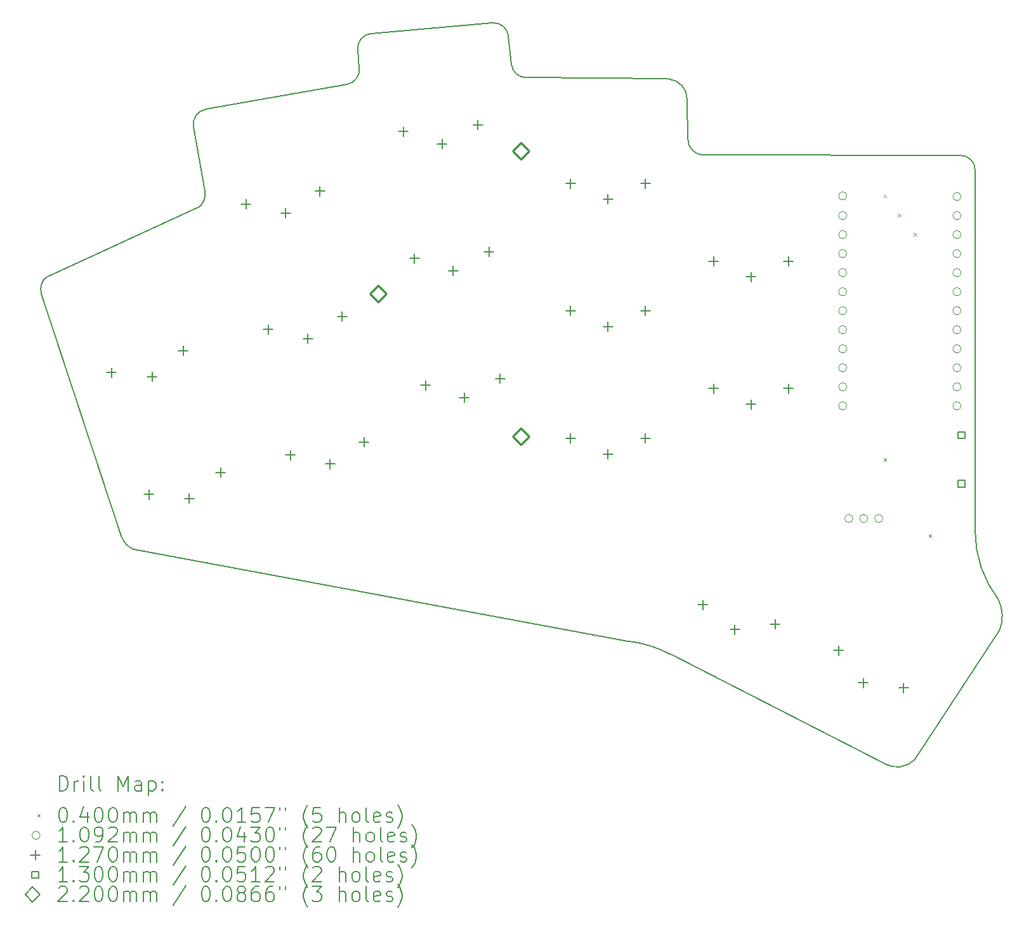
<source format=gbr>
%FSLAX45Y45*%
G04 Gerber Fmt 4.5, Leading zero omitted, Abs format (unit mm)*
G04 Created by KiCad (PCBNEW (6.0.4)) date 2022-05-02 01:12:52*
%MOMM*%
%LPD*%
G01*
G04 APERTURE LIST*
%TA.AperFunction,Profile*%
%ADD10C,0.150000*%
%TD*%
%ADD11C,0.200000*%
%ADD12C,0.040000*%
%ADD13C,0.109220*%
%ADD14C,0.127000*%
%ADD15C,0.130000*%
%ADD16C,0.220000*%
G04 APERTURE END LIST*
D10*
X10251727Y11883106D02*
G75*
G03*
X10450959Y11700537I199233J17424D01*
G01*
X12608825Y10870340D02*
X12598400Y11404600D01*
X8058800Y11611548D02*
G75*
G03*
X8223309Y11825945I-34731J196962D01*
G01*
X16763999Y4318001D02*
G75*
G03*
X16752859Y4733046I-472509J194990D01*
G01*
X16441111Y5648503D02*
G75*
G03*
X16752859Y4733046I1499999J-3D01*
G01*
X6012082Y11047576D02*
X6163049Y10187462D01*
X11806780Y4180264D02*
X5213573Y5402893D01*
X8383412Y12290698D02*
X9997248Y12431891D01*
X5045087Y5585913D02*
G75*
G03*
X5213573Y5402893I284373J92727D01*
G01*
X16241109Y10662943D02*
X12811720Y10667647D01*
X10450959Y11700537D02*
X12344400Y11684000D01*
X3981545Y8816164D02*
X5045086Y5585913D01*
X10213921Y12250083D02*
G75*
G03*
X9997248Y12431891I-199241J-17433D01*
G01*
X12608823Y10870340D02*
G75*
G03*
X12811720Y10667647I208337J5651D01*
G01*
X6174314Y11279267D02*
G75*
G03*
X6012083Y11047576I34730J-196961D01*
G01*
X15635421Y2598579D02*
X16764000Y4318000D01*
X12374669Y4003459D02*
G75*
G03*
X11806780Y4180264I-740959J-1379509D01*
G01*
X15240000Y2540000D02*
X12374669Y4003459D01*
X12598400Y11404600D02*
G75*
G03*
X12344400Y11684000I-271540J8300D01*
G01*
X15239997Y2539995D02*
G75*
G03*
X15635421Y2598579I158233J295765D01*
G01*
X4045827Y9037960D02*
G75*
G03*
X3981545Y8816164I127373J-157130D01*
G01*
X10213918Y12250083D02*
X10251720Y11883106D01*
X6174314Y11279267D02*
X8058800Y11611553D01*
X6089110Y9978178D02*
G75*
G03*
X6163049Y10187462I-151740J171312D01*
G01*
X8383413Y12290696D02*
G75*
G03*
X8201605Y12074028I17427J-199236D01*
G01*
X4045827Y9037960D02*
X6089109Y9978180D01*
X8223309Y11825945D02*
X8201605Y12074028D01*
X16441105Y10464800D02*
G75*
G03*
X16241109Y10662943I-193446J4750D01*
G01*
X16441109Y5648503D02*
X16441109Y10464800D01*
D11*
D12*
X15220000Y10141314D02*
X15260000Y10101314D01*
X15260000Y10141314D02*
X15220000Y10101314D01*
X15220000Y6624000D02*
X15260000Y6584000D01*
X15260000Y6624000D02*
X15220000Y6584000D01*
X15410459Y9885043D02*
X15450459Y9845043D01*
X15450459Y9885043D02*
X15410459Y9845043D01*
X15618978Y9630635D02*
X15658978Y9590635D01*
X15658978Y9630635D02*
X15618978Y9590635D01*
X15820326Y5604949D02*
X15860326Y5564950D01*
X15860326Y5604949D02*
X15820326Y5564950D01*
D13*
X14728331Y10122629D02*
G75*
G03*
X14728331Y10122629I-54610J0D01*
G01*
X14728331Y9860254D02*
G75*
G03*
X14728331Y9860254I-54610J0D01*
G01*
X14728331Y9606254D02*
G75*
G03*
X14728331Y9606254I-54610J0D01*
G01*
X14728331Y9352254D02*
G75*
G03*
X14728331Y9352254I-54610J0D01*
G01*
X14728331Y9098254D02*
G75*
G03*
X14728331Y9098254I-54610J0D01*
G01*
X14728331Y8844254D02*
G75*
G03*
X14728331Y8844254I-54610J0D01*
G01*
X14728331Y8590254D02*
G75*
G03*
X14728331Y8590254I-54610J0D01*
G01*
X14728331Y8336254D02*
G75*
G03*
X14728331Y8336254I-54610J0D01*
G01*
X14728331Y8082254D02*
G75*
G03*
X14728331Y8082254I-54610J0D01*
G01*
X14728331Y7828254D02*
G75*
G03*
X14728331Y7828254I-54610J0D01*
G01*
X14728331Y7574254D02*
G75*
G03*
X14728331Y7574254I-54610J0D01*
G01*
X14728331Y7320254D02*
G75*
G03*
X14728331Y7320254I-54610J0D01*
G01*
X14809150Y5816368D02*
G75*
G03*
X14809150Y5816368I-54610J0D01*
G01*
X15009150Y5816368D02*
G75*
G03*
X15009150Y5816368I-54610J0D01*
G01*
X15209150Y5816368D02*
G75*
G03*
X15209150Y5816368I-54610J0D01*
G01*
X16252331Y10114254D02*
G75*
G03*
X16252331Y10114254I-54610J0D01*
G01*
X16252331Y9860254D02*
G75*
G03*
X16252331Y9860254I-54610J0D01*
G01*
X16252331Y9606254D02*
G75*
G03*
X16252331Y9606254I-54610J0D01*
G01*
X16252331Y9352254D02*
G75*
G03*
X16252331Y9352254I-54610J0D01*
G01*
X16252331Y9098254D02*
G75*
G03*
X16252331Y9098254I-54610J0D01*
G01*
X16252331Y8844254D02*
G75*
G03*
X16252331Y8844254I-54610J0D01*
G01*
X16252331Y8590254D02*
G75*
G03*
X16252331Y8590254I-54610J0D01*
G01*
X16252331Y8336254D02*
G75*
G03*
X16252331Y8336254I-54610J0D01*
G01*
X16252331Y8082254D02*
G75*
G03*
X16252331Y8082254I-54610J0D01*
G01*
X16252331Y7828254D02*
G75*
G03*
X16252331Y7828254I-54610J0D01*
G01*
X16252331Y7574254D02*
G75*
G03*
X16252331Y7574254I-54610J0D01*
G01*
X16252331Y7320254D02*
G75*
G03*
X16252331Y7320254I-54610J0D01*
G01*
D14*
X4917175Y7826915D02*
X4917175Y7699915D01*
X4853675Y7763415D02*
X4980675Y7763415D01*
X5414207Y6201196D02*
X5414207Y6074196D01*
X5350707Y6137696D02*
X5477707Y6137696D01*
X5456725Y7772276D02*
X5456725Y7645276D01*
X5393225Y7708776D02*
X5520225Y7708776D01*
X5456725Y7772276D02*
X5456725Y7645276D01*
X5393225Y7708776D02*
X5520225Y7708776D01*
X5873479Y8119286D02*
X5873479Y7992286D01*
X5809979Y8055786D02*
X5936979Y8055786D01*
X5953757Y6146558D02*
X5953757Y6019558D01*
X5890257Y6083058D02*
X6017257Y6083058D01*
X5953757Y6146558D02*
X5953757Y6019558D01*
X5890257Y6083058D02*
X6017257Y6083058D01*
X6370511Y6493568D02*
X6370511Y6366568D01*
X6307011Y6430068D02*
X6434011Y6430068D01*
X6712293Y10076956D02*
X6712293Y9949956D01*
X6648793Y10013456D02*
X6775793Y10013456D01*
X7007495Y8402783D02*
X7007495Y8275782D01*
X6943995Y8339282D02*
X7070995Y8339282D01*
X7241163Y9956970D02*
X7241163Y9829970D01*
X7177663Y9893470D02*
X7304663Y9893470D01*
X7241163Y9956970D02*
X7241163Y9829970D01*
X7177663Y9893470D02*
X7304663Y9893470D01*
X7302697Y6728609D02*
X7302697Y6601609D01*
X7239197Y6665109D02*
X7366197Y6665109D01*
X7536365Y8282797D02*
X7536365Y8155797D01*
X7472865Y8219297D02*
X7599865Y8219297D01*
X7536365Y8282797D02*
X7536365Y8155797D01*
X7472865Y8219297D02*
X7599865Y8219297D01*
X7697101Y10250604D02*
X7697101Y10123604D01*
X7633601Y10187104D02*
X7760601Y10187104D01*
X7831567Y6608624D02*
X7831567Y6481624D01*
X7768067Y6545124D02*
X7895067Y6545124D01*
X7831567Y6608624D02*
X7831567Y6481624D01*
X7768067Y6545124D02*
X7895067Y6545124D01*
X7992303Y8576431D02*
X7992303Y8449431D01*
X7928803Y8512931D02*
X8055803Y8512931D01*
X8287505Y6902257D02*
X8287505Y6775257D01*
X8224005Y6838757D02*
X8351005Y6838757D01*
X8809021Y11046316D02*
X8809021Y10919316D01*
X8745521Y10982816D02*
X8872521Y10982816D01*
X8957186Y9352785D02*
X8957186Y9225785D01*
X8893686Y9289285D02*
X9020686Y9289285D01*
X9105351Y7659254D02*
X9105351Y7532254D01*
X9041851Y7595754D02*
X9168851Y7595754D01*
X9325422Y10880693D02*
X9325422Y10753693D01*
X9261922Y10817193D02*
X9388922Y10817193D01*
X9325422Y10880693D02*
X9325422Y10753693D01*
X9261922Y10817193D02*
X9388922Y10817193D01*
X9473586Y9187162D02*
X9473586Y9060162D01*
X9410086Y9123662D02*
X9537086Y9123662D01*
X9473586Y9187162D02*
X9473586Y9060162D01*
X9410086Y9123662D02*
X9537086Y9123662D01*
X9621751Y7493631D02*
X9621751Y7366631D01*
X9558251Y7430131D02*
X9685251Y7430131D01*
X9621751Y7493631D02*
X9621751Y7366631D01*
X9558251Y7430131D02*
X9685251Y7430131D01*
X9805216Y11133472D02*
X9805216Y11006472D01*
X9741716Y11069972D02*
X9868716Y11069972D01*
X9953381Y9439941D02*
X9953381Y9312941D01*
X9889881Y9376441D02*
X10016881Y9376441D01*
X10101546Y7746410D02*
X10101546Y7619410D01*
X10038046Y7682910D02*
X10165046Y7682910D01*
X11041109Y10352102D02*
X11041109Y10225102D01*
X10977609Y10288602D02*
X11104609Y10288602D01*
X11041109Y8652102D02*
X11041109Y8525102D01*
X10977609Y8588602D02*
X11104609Y8588602D01*
X11041109Y6952102D02*
X11041109Y6825102D01*
X10977609Y6888602D02*
X11104609Y6888602D01*
X11541109Y10142102D02*
X11541109Y10015102D01*
X11477609Y10078602D02*
X11604609Y10078602D01*
X11541109Y10142102D02*
X11541109Y10015102D01*
X11477609Y10078602D02*
X11604609Y10078602D01*
X11541109Y8442102D02*
X11541109Y8315102D01*
X11477609Y8378602D02*
X11604609Y8378602D01*
X11541109Y8442102D02*
X11541109Y8315102D01*
X11477609Y8378602D02*
X11604609Y8378602D01*
X11541109Y6742102D02*
X11541109Y6615102D01*
X11477609Y6678602D02*
X11604609Y6678602D01*
X11541109Y6742102D02*
X11541109Y6615102D01*
X11477609Y6678602D02*
X11604609Y6678602D01*
X12041109Y10352102D02*
X12041109Y10225102D01*
X11977609Y10288602D02*
X12104609Y10288602D01*
X12041109Y8652102D02*
X12041109Y8525102D01*
X11977609Y8588602D02*
X12104609Y8588602D01*
X12041109Y6952102D02*
X12041109Y6825102D01*
X11977609Y6888602D02*
X12104609Y6888602D01*
X12807790Y4729732D02*
X12807790Y4602732D01*
X12744290Y4666232D02*
X12871290Y4666232D01*
X12951733Y9314599D02*
X12951733Y9187599D01*
X12888233Y9251099D02*
X13015233Y9251099D01*
X12951733Y7614598D02*
X12951733Y7487598D01*
X12888233Y7551098D02*
X13015233Y7551098D01*
X13236401Y4397478D02*
X13236401Y4270478D01*
X13172901Y4333978D02*
X13299901Y4333978D01*
X13236401Y4397478D02*
X13236401Y4270478D01*
X13172901Y4333978D02*
X13299901Y4333978D01*
X13451733Y9104599D02*
X13451733Y8977599D01*
X13388233Y9041099D02*
X13515233Y9041099D01*
X13451733Y9104599D02*
X13451733Y8977599D01*
X13388233Y9041099D02*
X13515233Y9041099D01*
X13451733Y7404598D02*
X13451733Y7277598D01*
X13388233Y7341098D02*
X13515233Y7341098D01*
X13451733Y7404598D02*
X13451733Y7277598D01*
X13388233Y7341098D02*
X13515233Y7341098D01*
X13773716Y4470913D02*
X13773716Y4343913D01*
X13710216Y4407413D02*
X13837216Y4407413D01*
X13951733Y9314599D02*
X13951733Y9187599D01*
X13888233Y9251099D02*
X14015233Y9251099D01*
X13951733Y7614598D02*
X13951733Y7487598D01*
X13888233Y7551098D02*
X14015233Y7551098D01*
X14619852Y4120432D02*
X14619852Y3993432D01*
X14556352Y4056932D02*
X14683352Y4056932D01*
X14947864Y3688566D02*
X14947864Y3561566D01*
X14884364Y3625066D02*
X15011364Y3625066D01*
X14947864Y3688566D02*
X14947864Y3561566D01*
X14884364Y3625066D02*
X15011364Y3625066D01*
X15485877Y3620432D02*
X15485877Y3493432D01*
X15422377Y3556932D02*
X15549377Y3556932D01*
D15*
X16301962Y6883038D02*
X16301962Y6974962D01*
X16210038Y6974962D01*
X16210038Y6883038D01*
X16301962Y6883038D01*
X16301962Y6233038D02*
X16301962Y6324962D01*
X16210038Y6324962D01*
X16210038Y6233038D01*
X16301962Y6233038D01*
D16*
X8474722Y8704143D02*
X8584722Y8814143D01*
X8474722Y8924143D01*
X8364722Y8814143D01*
X8474722Y8704143D01*
X10379722Y10609143D02*
X10489722Y10719143D01*
X10379722Y10829143D01*
X10269722Y10719143D01*
X10379722Y10609143D01*
X10379722Y6799143D02*
X10489722Y6909143D01*
X10379722Y7019143D01*
X10269722Y6909143D01*
X10379722Y6799143D01*
D11*
X4221048Y2182352D02*
X4221048Y2382352D01*
X4268667Y2382352D01*
X4297239Y2372828D01*
X4316286Y2353780D01*
X4325810Y2334733D01*
X4335334Y2296637D01*
X4335334Y2268066D01*
X4325810Y2229971D01*
X4316286Y2210923D01*
X4297239Y2191875D01*
X4268667Y2182352D01*
X4221048Y2182352D01*
X4421048Y2182352D02*
X4421048Y2315685D01*
X4421048Y2277590D02*
X4430572Y2296637D01*
X4440096Y2306161D01*
X4459144Y2315685D01*
X4478191Y2315685D01*
X4544858Y2182352D02*
X4544858Y2315685D01*
X4544858Y2382352D02*
X4535334Y2372828D01*
X4544858Y2363304D01*
X4554382Y2372828D01*
X4544858Y2382352D01*
X4544858Y2363304D01*
X4668667Y2182352D02*
X4649620Y2191875D01*
X4640096Y2210923D01*
X4640096Y2382352D01*
X4773429Y2182352D02*
X4754382Y2191875D01*
X4744858Y2210923D01*
X4744858Y2382352D01*
X5002001Y2182352D02*
X5002001Y2382352D01*
X5068667Y2239494D01*
X5135334Y2382352D01*
X5135334Y2182352D01*
X5316286Y2182352D02*
X5316286Y2287114D01*
X5306763Y2306161D01*
X5287715Y2315685D01*
X5249620Y2315685D01*
X5230572Y2306161D01*
X5316286Y2191875D02*
X5297239Y2182352D01*
X5249620Y2182352D01*
X5230572Y2191875D01*
X5221048Y2210923D01*
X5221048Y2229971D01*
X5230572Y2249018D01*
X5249620Y2258542D01*
X5297239Y2258542D01*
X5316286Y2268066D01*
X5411525Y2315685D02*
X5411525Y2115685D01*
X5411525Y2306161D02*
X5430572Y2315685D01*
X5468667Y2315685D01*
X5487715Y2306161D01*
X5497239Y2296637D01*
X5506763Y2277590D01*
X5506763Y2220447D01*
X5497239Y2201399D01*
X5487715Y2191875D01*
X5468667Y2182352D01*
X5430572Y2182352D01*
X5411525Y2191875D01*
X5592477Y2201399D02*
X5602001Y2191875D01*
X5592477Y2182352D01*
X5582953Y2191875D01*
X5592477Y2201399D01*
X5592477Y2182352D01*
X5592477Y2306161D02*
X5602001Y2296637D01*
X5592477Y2287114D01*
X5582953Y2296637D01*
X5592477Y2306161D01*
X5592477Y2287114D01*
D12*
X3923429Y1872828D02*
X3963429Y1832828D01*
X3963429Y1872828D02*
X3923429Y1832828D01*
D11*
X4259144Y1962352D02*
X4278191Y1962352D01*
X4297239Y1952828D01*
X4306763Y1943304D01*
X4316286Y1924256D01*
X4325810Y1886161D01*
X4325810Y1838542D01*
X4316286Y1800447D01*
X4306763Y1781399D01*
X4297239Y1771875D01*
X4278191Y1762352D01*
X4259144Y1762352D01*
X4240096Y1771875D01*
X4230572Y1781399D01*
X4221048Y1800447D01*
X4211525Y1838542D01*
X4211525Y1886161D01*
X4221048Y1924256D01*
X4230572Y1943304D01*
X4240096Y1952828D01*
X4259144Y1962352D01*
X4411525Y1781399D02*
X4421048Y1771875D01*
X4411525Y1762352D01*
X4402001Y1771875D01*
X4411525Y1781399D01*
X4411525Y1762352D01*
X4592477Y1895685D02*
X4592477Y1762352D01*
X4544858Y1971875D02*
X4497239Y1829018D01*
X4621048Y1829018D01*
X4735334Y1962352D02*
X4754382Y1962352D01*
X4773429Y1952828D01*
X4782953Y1943304D01*
X4792477Y1924256D01*
X4802001Y1886161D01*
X4802001Y1838542D01*
X4792477Y1800447D01*
X4782953Y1781399D01*
X4773429Y1771875D01*
X4754382Y1762352D01*
X4735334Y1762352D01*
X4716286Y1771875D01*
X4706763Y1781399D01*
X4697239Y1800447D01*
X4687715Y1838542D01*
X4687715Y1886161D01*
X4697239Y1924256D01*
X4706763Y1943304D01*
X4716286Y1952828D01*
X4735334Y1962352D01*
X4925810Y1962352D02*
X4944858Y1962352D01*
X4963905Y1952828D01*
X4973429Y1943304D01*
X4982953Y1924256D01*
X4992477Y1886161D01*
X4992477Y1838542D01*
X4982953Y1800447D01*
X4973429Y1781399D01*
X4963905Y1771875D01*
X4944858Y1762352D01*
X4925810Y1762352D01*
X4906763Y1771875D01*
X4897239Y1781399D01*
X4887715Y1800447D01*
X4878191Y1838542D01*
X4878191Y1886161D01*
X4887715Y1924256D01*
X4897239Y1943304D01*
X4906763Y1952828D01*
X4925810Y1962352D01*
X5078191Y1762352D02*
X5078191Y1895685D01*
X5078191Y1876637D02*
X5087715Y1886161D01*
X5106763Y1895685D01*
X5135334Y1895685D01*
X5154382Y1886161D01*
X5163905Y1867113D01*
X5163905Y1762352D01*
X5163905Y1867113D02*
X5173429Y1886161D01*
X5192477Y1895685D01*
X5221048Y1895685D01*
X5240096Y1886161D01*
X5249620Y1867113D01*
X5249620Y1762352D01*
X5344858Y1762352D02*
X5344858Y1895685D01*
X5344858Y1876637D02*
X5354382Y1886161D01*
X5373429Y1895685D01*
X5402001Y1895685D01*
X5421048Y1886161D01*
X5430572Y1867113D01*
X5430572Y1762352D01*
X5430572Y1867113D02*
X5440096Y1886161D01*
X5459144Y1895685D01*
X5487715Y1895685D01*
X5506763Y1886161D01*
X5516286Y1867113D01*
X5516286Y1762352D01*
X5906763Y1971875D02*
X5735334Y1714732D01*
X6163905Y1962352D02*
X6182953Y1962352D01*
X6202001Y1952828D01*
X6211524Y1943304D01*
X6221048Y1924256D01*
X6230572Y1886161D01*
X6230572Y1838542D01*
X6221048Y1800447D01*
X6211524Y1781399D01*
X6202001Y1771875D01*
X6182953Y1762352D01*
X6163905Y1762352D01*
X6144858Y1771875D01*
X6135334Y1781399D01*
X6125810Y1800447D01*
X6116286Y1838542D01*
X6116286Y1886161D01*
X6125810Y1924256D01*
X6135334Y1943304D01*
X6144858Y1952828D01*
X6163905Y1962352D01*
X6316286Y1781399D02*
X6325810Y1771875D01*
X6316286Y1762352D01*
X6306763Y1771875D01*
X6316286Y1781399D01*
X6316286Y1762352D01*
X6449620Y1962352D02*
X6468667Y1962352D01*
X6487715Y1952828D01*
X6497239Y1943304D01*
X6506763Y1924256D01*
X6516286Y1886161D01*
X6516286Y1838542D01*
X6506763Y1800447D01*
X6497239Y1781399D01*
X6487715Y1771875D01*
X6468667Y1762352D01*
X6449620Y1762352D01*
X6430572Y1771875D01*
X6421048Y1781399D01*
X6411524Y1800447D01*
X6402001Y1838542D01*
X6402001Y1886161D01*
X6411524Y1924256D01*
X6421048Y1943304D01*
X6430572Y1952828D01*
X6449620Y1962352D01*
X6706763Y1762352D02*
X6592477Y1762352D01*
X6649620Y1762352D02*
X6649620Y1962352D01*
X6630572Y1933780D01*
X6611524Y1914732D01*
X6592477Y1905209D01*
X6887715Y1962352D02*
X6792477Y1962352D01*
X6782953Y1867113D01*
X6792477Y1876637D01*
X6811524Y1886161D01*
X6859143Y1886161D01*
X6878191Y1876637D01*
X6887715Y1867113D01*
X6897239Y1848066D01*
X6897239Y1800447D01*
X6887715Y1781399D01*
X6878191Y1771875D01*
X6859143Y1762352D01*
X6811524Y1762352D01*
X6792477Y1771875D01*
X6782953Y1781399D01*
X6963905Y1962352D02*
X7097239Y1962352D01*
X7011524Y1762352D01*
X7163905Y1962352D02*
X7163905Y1924256D01*
X7240096Y1962352D02*
X7240096Y1924256D01*
X7535334Y1686161D02*
X7525810Y1695685D01*
X7506763Y1724256D01*
X7497239Y1743304D01*
X7487715Y1771875D01*
X7478191Y1819494D01*
X7478191Y1857590D01*
X7487715Y1905209D01*
X7497239Y1933780D01*
X7506763Y1952828D01*
X7525810Y1981399D01*
X7535334Y1990923D01*
X7706763Y1962352D02*
X7611524Y1962352D01*
X7602001Y1867113D01*
X7611524Y1876637D01*
X7630572Y1886161D01*
X7678191Y1886161D01*
X7697239Y1876637D01*
X7706763Y1867113D01*
X7716286Y1848066D01*
X7716286Y1800447D01*
X7706763Y1781399D01*
X7697239Y1771875D01*
X7678191Y1762352D01*
X7630572Y1762352D01*
X7611524Y1771875D01*
X7602001Y1781399D01*
X7954382Y1762352D02*
X7954382Y1962352D01*
X8040096Y1762352D02*
X8040096Y1867113D01*
X8030572Y1886161D01*
X8011524Y1895685D01*
X7982953Y1895685D01*
X7963905Y1886161D01*
X7954382Y1876637D01*
X8163905Y1762352D02*
X8144858Y1771875D01*
X8135334Y1781399D01*
X8125810Y1800447D01*
X8125810Y1857590D01*
X8135334Y1876637D01*
X8144858Y1886161D01*
X8163905Y1895685D01*
X8192477Y1895685D01*
X8211524Y1886161D01*
X8221048Y1876637D01*
X8230572Y1857590D01*
X8230572Y1800447D01*
X8221048Y1781399D01*
X8211524Y1771875D01*
X8192477Y1762352D01*
X8163905Y1762352D01*
X8344858Y1762352D02*
X8325810Y1771875D01*
X8316286Y1790923D01*
X8316286Y1962352D01*
X8497239Y1771875D02*
X8478191Y1762352D01*
X8440096Y1762352D01*
X8421048Y1771875D01*
X8411525Y1790923D01*
X8411525Y1867113D01*
X8421048Y1886161D01*
X8440096Y1895685D01*
X8478191Y1895685D01*
X8497239Y1886161D01*
X8506763Y1867113D01*
X8506763Y1848066D01*
X8411525Y1829018D01*
X8582953Y1771875D02*
X8602001Y1762352D01*
X8640096Y1762352D01*
X8659144Y1771875D01*
X8668667Y1790923D01*
X8668667Y1800447D01*
X8659144Y1819494D01*
X8640096Y1829018D01*
X8611525Y1829018D01*
X8592477Y1838542D01*
X8582953Y1857590D01*
X8582953Y1867113D01*
X8592477Y1886161D01*
X8611525Y1895685D01*
X8640096Y1895685D01*
X8659144Y1886161D01*
X8735334Y1686161D02*
X8744858Y1695685D01*
X8763905Y1724256D01*
X8773429Y1743304D01*
X8782953Y1771875D01*
X8792477Y1819494D01*
X8792477Y1857590D01*
X8782953Y1905209D01*
X8773429Y1933780D01*
X8763905Y1952828D01*
X8744858Y1981399D01*
X8735334Y1990923D01*
D13*
X3963429Y1588828D02*
G75*
G03*
X3963429Y1588828I-54610J0D01*
G01*
D11*
X4325810Y1498352D02*
X4211525Y1498352D01*
X4268667Y1498352D02*
X4268667Y1698352D01*
X4249620Y1669780D01*
X4230572Y1650732D01*
X4211525Y1641209D01*
X4411525Y1517399D02*
X4421048Y1507875D01*
X4411525Y1498352D01*
X4402001Y1507875D01*
X4411525Y1517399D01*
X4411525Y1498352D01*
X4544858Y1698352D02*
X4563905Y1698352D01*
X4582953Y1688828D01*
X4592477Y1679304D01*
X4602001Y1660256D01*
X4611525Y1622161D01*
X4611525Y1574542D01*
X4602001Y1536447D01*
X4592477Y1517399D01*
X4582953Y1507875D01*
X4563905Y1498352D01*
X4544858Y1498352D01*
X4525810Y1507875D01*
X4516286Y1517399D01*
X4506763Y1536447D01*
X4497239Y1574542D01*
X4497239Y1622161D01*
X4506763Y1660256D01*
X4516286Y1679304D01*
X4525810Y1688828D01*
X4544858Y1698352D01*
X4706763Y1498352D02*
X4744858Y1498352D01*
X4763905Y1507875D01*
X4773429Y1517399D01*
X4792477Y1545971D01*
X4802001Y1584066D01*
X4802001Y1660256D01*
X4792477Y1679304D01*
X4782953Y1688828D01*
X4763905Y1698352D01*
X4725810Y1698352D01*
X4706763Y1688828D01*
X4697239Y1679304D01*
X4687715Y1660256D01*
X4687715Y1612637D01*
X4697239Y1593590D01*
X4706763Y1584066D01*
X4725810Y1574542D01*
X4763905Y1574542D01*
X4782953Y1584066D01*
X4792477Y1593590D01*
X4802001Y1612637D01*
X4878191Y1679304D02*
X4887715Y1688828D01*
X4906763Y1698352D01*
X4954382Y1698352D01*
X4973429Y1688828D01*
X4982953Y1679304D01*
X4992477Y1660256D01*
X4992477Y1641209D01*
X4982953Y1612637D01*
X4868667Y1498352D01*
X4992477Y1498352D01*
X5078191Y1498352D02*
X5078191Y1631685D01*
X5078191Y1612637D02*
X5087715Y1622161D01*
X5106763Y1631685D01*
X5135334Y1631685D01*
X5154382Y1622161D01*
X5163905Y1603113D01*
X5163905Y1498352D01*
X5163905Y1603113D02*
X5173429Y1622161D01*
X5192477Y1631685D01*
X5221048Y1631685D01*
X5240096Y1622161D01*
X5249620Y1603113D01*
X5249620Y1498352D01*
X5344858Y1498352D02*
X5344858Y1631685D01*
X5344858Y1612637D02*
X5354382Y1622161D01*
X5373429Y1631685D01*
X5402001Y1631685D01*
X5421048Y1622161D01*
X5430572Y1603113D01*
X5430572Y1498352D01*
X5430572Y1603113D02*
X5440096Y1622161D01*
X5459144Y1631685D01*
X5487715Y1631685D01*
X5506763Y1622161D01*
X5516286Y1603113D01*
X5516286Y1498352D01*
X5906763Y1707875D02*
X5735334Y1450732D01*
X6163905Y1698352D02*
X6182953Y1698352D01*
X6202001Y1688828D01*
X6211524Y1679304D01*
X6221048Y1660256D01*
X6230572Y1622161D01*
X6230572Y1574542D01*
X6221048Y1536447D01*
X6211524Y1517399D01*
X6202001Y1507875D01*
X6182953Y1498352D01*
X6163905Y1498352D01*
X6144858Y1507875D01*
X6135334Y1517399D01*
X6125810Y1536447D01*
X6116286Y1574542D01*
X6116286Y1622161D01*
X6125810Y1660256D01*
X6135334Y1679304D01*
X6144858Y1688828D01*
X6163905Y1698352D01*
X6316286Y1517399D02*
X6325810Y1507875D01*
X6316286Y1498352D01*
X6306763Y1507875D01*
X6316286Y1517399D01*
X6316286Y1498352D01*
X6449620Y1698352D02*
X6468667Y1698352D01*
X6487715Y1688828D01*
X6497239Y1679304D01*
X6506763Y1660256D01*
X6516286Y1622161D01*
X6516286Y1574542D01*
X6506763Y1536447D01*
X6497239Y1517399D01*
X6487715Y1507875D01*
X6468667Y1498352D01*
X6449620Y1498352D01*
X6430572Y1507875D01*
X6421048Y1517399D01*
X6411524Y1536447D01*
X6402001Y1574542D01*
X6402001Y1622161D01*
X6411524Y1660256D01*
X6421048Y1679304D01*
X6430572Y1688828D01*
X6449620Y1698352D01*
X6687715Y1631685D02*
X6687715Y1498352D01*
X6640096Y1707875D02*
X6592477Y1565018D01*
X6716286Y1565018D01*
X6773429Y1698352D02*
X6897239Y1698352D01*
X6830572Y1622161D01*
X6859143Y1622161D01*
X6878191Y1612637D01*
X6887715Y1603113D01*
X6897239Y1584066D01*
X6897239Y1536447D01*
X6887715Y1517399D01*
X6878191Y1507875D01*
X6859143Y1498352D01*
X6802001Y1498352D01*
X6782953Y1507875D01*
X6773429Y1517399D01*
X7021048Y1698352D02*
X7040096Y1698352D01*
X7059143Y1688828D01*
X7068667Y1679304D01*
X7078191Y1660256D01*
X7087715Y1622161D01*
X7087715Y1574542D01*
X7078191Y1536447D01*
X7068667Y1517399D01*
X7059143Y1507875D01*
X7040096Y1498352D01*
X7021048Y1498352D01*
X7002001Y1507875D01*
X6992477Y1517399D01*
X6982953Y1536447D01*
X6973429Y1574542D01*
X6973429Y1622161D01*
X6982953Y1660256D01*
X6992477Y1679304D01*
X7002001Y1688828D01*
X7021048Y1698352D01*
X7163905Y1698352D02*
X7163905Y1660256D01*
X7240096Y1698352D02*
X7240096Y1660256D01*
X7535334Y1422161D02*
X7525810Y1431685D01*
X7506763Y1460256D01*
X7497239Y1479304D01*
X7487715Y1507875D01*
X7478191Y1555494D01*
X7478191Y1593590D01*
X7487715Y1641209D01*
X7497239Y1669780D01*
X7506763Y1688828D01*
X7525810Y1717399D01*
X7535334Y1726923D01*
X7602001Y1679304D02*
X7611524Y1688828D01*
X7630572Y1698352D01*
X7678191Y1698352D01*
X7697239Y1688828D01*
X7706763Y1679304D01*
X7716286Y1660256D01*
X7716286Y1641209D01*
X7706763Y1612637D01*
X7592477Y1498352D01*
X7716286Y1498352D01*
X7782953Y1698352D02*
X7916286Y1698352D01*
X7830572Y1498352D01*
X8144858Y1498352D02*
X8144858Y1698352D01*
X8230572Y1498352D02*
X8230572Y1603113D01*
X8221048Y1622161D01*
X8202001Y1631685D01*
X8173429Y1631685D01*
X8154382Y1622161D01*
X8144858Y1612637D01*
X8354382Y1498352D02*
X8335334Y1507875D01*
X8325810Y1517399D01*
X8316286Y1536447D01*
X8316286Y1593590D01*
X8325810Y1612637D01*
X8335334Y1622161D01*
X8354382Y1631685D01*
X8382953Y1631685D01*
X8402001Y1622161D01*
X8411525Y1612637D01*
X8421048Y1593590D01*
X8421048Y1536447D01*
X8411525Y1517399D01*
X8402001Y1507875D01*
X8382953Y1498352D01*
X8354382Y1498352D01*
X8535334Y1498352D02*
X8516286Y1507875D01*
X8506763Y1526923D01*
X8506763Y1698352D01*
X8687715Y1507875D02*
X8668667Y1498352D01*
X8630572Y1498352D01*
X8611525Y1507875D01*
X8602001Y1526923D01*
X8602001Y1603113D01*
X8611525Y1622161D01*
X8630572Y1631685D01*
X8668667Y1631685D01*
X8687715Y1622161D01*
X8697239Y1603113D01*
X8697239Y1584066D01*
X8602001Y1565018D01*
X8773429Y1507875D02*
X8792477Y1498352D01*
X8830572Y1498352D01*
X8849620Y1507875D01*
X8859144Y1526923D01*
X8859144Y1536447D01*
X8849620Y1555494D01*
X8830572Y1565018D01*
X8802001Y1565018D01*
X8782953Y1574542D01*
X8773429Y1593590D01*
X8773429Y1603113D01*
X8782953Y1622161D01*
X8802001Y1631685D01*
X8830572Y1631685D01*
X8849620Y1622161D01*
X8925810Y1422161D02*
X8935334Y1431685D01*
X8954382Y1460256D01*
X8963905Y1479304D01*
X8973429Y1507875D01*
X8982953Y1555494D01*
X8982953Y1593590D01*
X8973429Y1641209D01*
X8963905Y1669780D01*
X8954382Y1688828D01*
X8935334Y1717399D01*
X8925810Y1726923D01*
D14*
X3899929Y1388328D02*
X3899929Y1261328D01*
X3836429Y1324828D02*
X3963429Y1324828D01*
D11*
X4325810Y1234352D02*
X4211525Y1234352D01*
X4268667Y1234352D02*
X4268667Y1434352D01*
X4249620Y1405780D01*
X4230572Y1386733D01*
X4211525Y1377209D01*
X4411525Y1253399D02*
X4421048Y1243875D01*
X4411525Y1234352D01*
X4402001Y1243875D01*
X4411525Y1253399D01*
X4411525Y1234352D01*
X4497239Y1415304D02*
X4506763Y1424828D01*
X4525810Y1434352D01*
X4573429Y1434352D01*
X4592477Y1424828D01*
X4602001Y1415304D01*
X4611525Y1396256D01*
X4611525Y1377209D01*
X4602001Y1348637D01*
X4487715Y1234352D01*
X4611525Y1234352D01*
X4678191Y1434352D02*
X4811525Y1434352D01*
X4725810Y1234352D01*
X4925810Y1434352D02*
X4944858Y1434352D01*
X4963905Y1424828D01*
X4973429Y1415304D01*
X4982953Y1396256D01*
X4992477Y1358161D01*
X4992477Y1310542D01*
X4982953Y1272447D01*
X4973429Y1253399D01*
X4963905Y1243875D01*
X4944858Y1234352D01*
X4925810Y1234352D01*
X4906763Y1243875D01*
X4897239Y1253399D01*
X4887715Y1272447D01*
X4878191Y1310542D01*
X4878191Y1358161D01*
X4887715Y1396256D01*
X4897239Y1415304D01*
X4906763Y1424828D01*
X4925810Y1434352D01*
X5078191Y1234352D02*
X5078191Y1367685D01*
X5078191Y1348637D02*
X5087715Y1358161D01*
X5106763Y1367685D01*
X5135334Y1367685D01*
X5154382Y1358161D01*
X5163905Y1339114D01*
X5163905Y1234352D01*
X5163905Y1339114D02*
X5173429Y1358161D01*
X5192477Y1367685D01*
X5221048Y1367685D01*
X5240096Y1358161D01*
X5249620Y1339114D01*
X5249620Y1234352D01*
X5344858Y1234352D02*
X5344858Y1367685D01*
X5344858Y1348637D02*
X5354382Y1358161D01*
X5373429Y1367685D01*
X5402001Y1367685D01*
X5421048Y1358161D01*
X5430572Y1339114D01*
X5430572Y1234352D01*
X5430572Y1339114D02*
X5440096Y1358161D01*
X5459144Y1367685D01*
X5487715Y1367685D01*
X5506763Y1358161D01*
X5516286Y1339114D01*
X5516286Y1234352D01*
X5906763Y1443875D02*
X5735334Y1186733D01*
X6163905Y1434352D02*
X6182953Y1434352D01*
X6202001Y1424828D01*
X6211524Y1415304D01*
X6221048Y1396256D01*
X6230572Y1358161D01*
X6230572Y1310542D01*
X6221048Y1272447D01*
X6211524Y1253399D01*
X6202001Y1243875D01*
X6182953Y1234352D01*
X6163905Y1234352D01*
X6144858Y1243875D01*
X6135334Y1253399D01*
X6125810Y1272447D01*
X6116286Y1310542D01*
X6116286Y1358161D01*
X6125810Y1396256D01*
X6135334Y1415304D01*
X6144858Y1424828D01*
X6163905Y1434352D01*
X6316286Y1253399D02*
X6325810Y1243875D01*
X6316286Y1234352D01*
X6306763Y1243875D01*
X6316286Y1253399D01*
X6316286Y1234352D01*
X6449620Y1434352D02*
X6468667Y1434352D01*
X6487715Y1424828D01*
X6497239Y1415304D01*
X6506763Y1396256D01*
X6516286Y1358161D01*
X6516286Y1310542D01*
X6506763Y1272447D01*
X6497239Y1253399D01*
X6487715Y1243875D01*
X6468667Y1234352D01*
X6449620Y1234352D01*
X6430572Y1243875D01*
X6421048Y1253399D01*
X6411524Y1272447D01*
X6402001Y1310542D01*
X6402001Y1358161D01*
X6411524Y1396256D01*
X6421048Y1415304D01*
X6430572Y1424828D01*
X6449620Y1434352D01*
X6697239Y1434352D02*
X6602001Y1434352D01*
X6592477Y1339114D01*
X6602001Y1348637D01*
X6621048Y1358161D01*
X6668667Y1358161D01*
X6687715Y1348637D01*
X6697239Y1339114D01*
X6706763Y1320066D01*
X6706763Y1272447D01*
X6697239Y1253399D01*
X6687715Y1243875D01*
X6668667Y1234352D01*
X6621048Y1234352D01*
X6602001Y1243875D01*
X6592477Y1253399D01*
X6830572Y1434352D02*
X6849620Y1434352D01*
X6868667Y1424828D01*
X6878191Y1415304D01*
X6887715Y1396256D01*
X6897239Y1358161D01*
X6897239Y1310542D01*
X6887715Y1272447D01*
X6878191Y1253399D01*
X6868667Y1243875D01*
X6849620Y1234352D01*
X6830572Y1234352D01*
X6811524Y1243875D01*
X6802001Y1253399D01*
X6792477Y1272447D01*
X6782953Y1310542D01*
X6782953Y1358161D01*
X6792477Y1396256D01*
X6802001Y1415304D01*
X6811524Y1424828D01*
X6830572Y1434352D01*
X7021048Y1434352D02*
X7040096Y1434352D01*
X7059143Y1424828D01*
X7068667Y1415304D01*
X7078191Y1396256D01*
X7087715Y1358161D01*
X7087715Y1310542D01*
X7078191Y1272447D01*
X7068667Y1253399D01*
X7059143Y1243875D01*
X7040096Y1234352D01*
X7021048Y1234352D01*
X7002001Y1243875D01*
X6992477Y1253399D01*
X6982953Y1272447D01*
X6973429Y1310542D01*
X6973429Y1358161D01*
X6982953Y1396256D01*
X6992477Y1415304D01*
X7002001Y1424828D01*
X7021048Y1434352D01*
X7163905Y1434352D02*
X7163905Y1396256D01*
X7240096Y1434352D02*
X7240096Y1396256D01*
X7535334Y1158161D02*
X7525810Y1167685D01*
X7506763Y1196256D01*
X7497239Y1215304D01*
X7487715Y1243875D01*
X7478191Y1291494D01*
X7478191Y1329590D01*
X7487715Y1377209D01*
X7497239Y1405780D01*
X7506763Y1424828D01*
X7525810Y1453399D01*
X7535334Y1462923D01*
X7697239Y1434352D02*
X7659143Y1434352D01*
X7640096Y1424828D01*
X7630572Y1415304D01*
X7611524Y1386733D01*
X7602001Y1348637D01*
X7602001Y1272447D01*
X7611524Y1253399D01*
X7621048Y1243875D01*
X7640096Y1234352D01*
X7678191Y1234352D01*
X7697239Y1243875D01*
X7706763Y1253399D01*
X7716286Y1272447D01*
X7716286Y1320066D01*
X7706763Y1339114D01*
X7697239Y1348637D01*
X7678191Y1358161D01*
X7640096Y1358161D01*
X7621048Y1348637D01*
X7611524Y1339114D01*
X7602001Y1320066D01*
X7840096Y1434352D02*
X7859143Y1434352D01*
X7878191Y1424828D01*
X7887715Y1415304D01*
X7897239Y1396256D01*
X7906763Y1358161D01*
X7906763Y1310542D01*
X7897239Y1272447D01*
X7887715Y1253399D01*
X7878191Y1243875D01*
X7859143Y1234352D01*
X7840096Y1234352D01*
X7821048Y1243875D01*
X7811524Y1253399D01*
X7802001Y1272447D01*
X7792477Y1310542D01*
X7792477Y1358161D01*
X7802001Y1396256D01*
X7811524Y1415304D01*
X7821048Y1424828D01*
X7840096Y1434352D01*
X8144858Y1234352D02*
X8144858Y1434352D01*
X8230572Y1234352D02*
X8230572Y1339114D01*
X8221048Y1358161D01*
X8202001Y1367685D01*
X8173429Y1367685D01*
X8154382Y1358161D01*
X8144858Y1348637D01*
X8354382Y1234352D02*
X8335334Y1243875D01*
X8325810Y1253399D01*
X8316286Y1272447D01*
X8316286Y1329590D01*
X8325810Y1348637D01*
X8335334Y1358161D01*
X8354382Y1367685D01*
X8382953Y1367685D01*
X8402001Y1358161D01*
X8411525Y1348637D01*
X8421048Y1329590D01*
X8421048Y1272447D01*
X8411525Y1253399D01*
X8402001Y1243875D01*
X8382953Y1234352D01*
X8354382Y1234352D01*
X8535334Y1234352D02*
X8516286Y1243875D01*
X8506763Y1262923D01*
X8506763Y1434352D01*
X8687715Y1243875D02*
X8668667Y1234352D01*
X8630572Y1234352D01*
X8611525Y1243875D01*
X8602001Y1262923D01*
X8602001Y1339114D01*
X8611525Y1358161D01*
X8630572Y1367685D01*
X8668667Y1367685D01*
X8687715Y1358161D01*
X8697239Y1339114D01*
X8697239Y1320066D01*
X8602001Y1301018D01*
X8773429Y1243875D02*
X8792477Y1234352D01*
X8830572Y1234352D01*
X8849620Y1243875D01*
X8859144Y1262923D01*
X8859144Y1272447D01*
X8849620Y1291494D01*
X8830572Y1301018D01*
X8802001Y1301018D01*
X8782953Y1310542D01*
X8773429Y1329590D01*
X8773429Y1339114D01*
X8782953Y1358161D01*
X8802001Y1367685D01*
X8830572Y1367685D01*
X8849620Y1358161D01*
X8925810Y1158161D02*
X8935334Y1167685D01*
X8954382Y1196256D01*
X8963905Y1215304D01*
X8973429Y1243875D01*
X8982953Y1291494D01*
X8982953Y1329590D01*
X8973429Y1377209D01*
X8963905Y1405780D01*
X8954382Y1424828D01*
X8935334Y1453399D01*
X8925810Y1462923D01*
D15*
X3944392Y1014865D02*
X3944392Y1106790D01*
X3852467Y1106790D01*
X3852467Y1014865D01*
X3944392Y1014865D01*
D11*
X4325810Y970352D02*
X4211525Y970352D01*
X4268667Y970352D02*
X4268667Y1170352D01*
X4249620Y1141780D01*
X4230572Y1122733D01*
X4211525Y1113209D01*
X4411525Y989399D02*
X4421048Y979875D01*
X4411525Y970352D01*
X4402001Y979875D01*
X4411525Y989399D01*
X4411525Y970352D01*
X4487715Y1170352D02*
X4611525Y1170352D01*
X4544858Y1094161D01*
X4573429Y1094161D01*
X4592477Y1084637D01*
X4602001Y1075114D01*
X4611525Y1056066D01*
X4611525Y1008447D01*
X4602001Y989399D01*
X4592477Y979875D01*
X4573429Y970352D01*
X4516286Y970352D01*
X4497239Y979875D01*
X4487715Y989399D01*
X4735334Y1170352D02*
X4754382Y1170352D01*
X4773429Y1160828D01*
X4782953Y1151304D01*
X4792477Y1132256D01*
X4802001Y1094161D01*
X4802001Y1046542D01*
X4792477Y1008447D01*
X4782953Y989399D01*
X4773429Y979875D01*
X4754382Y970352D01*
X4735334Y970352D01*
X4716286Y979875D01*
X4706763Y989399D01*
X4697239Y1008447D01*
X4687715Y1046542D01*
X4687715Y1094161D01*
X4697239Y1132256D01*
X4706763Y1151304D01*
X4716286Y1160828D01*
X4735334Y1170352D01*
X4925810Y1170352D02*
X4944858Y1170352D01*
X4963905Y1160828D01*
X4973429Y1151304D01*
X4982953Y1132256D01*
X4992477Y1094161D01*
X4992477Y1046542D01*
X4982953Y1008447D01*
X4973429Y989399D01*
X4963905Y979875D01*
X4944858Y970352D01*
X4925810Y970352D01*
X4906763Y979875D01*
X4897239Y989399D01*
X4887715Y1008447D01*
X4878191Y1046542D01*
X4878191Y1094161D01*
X4887715Y1132256D01*
X4897239Y1151304D01*
X4906763Y1160828D01*
X4925810Y1170352D01*
X5078191Y970352D02*
X5078191Y1103685D01*
X5078191Y1084637D02*
X5087715Y1094161D01*
X5106763Y1103685D01*
X5135334Y1103685D01*
X5154382Y1094161D01*
X5163905Y1075114D01*
X5163905Y970352D01*
X5163905Y1075114D02*
X5173429Y1094161D01*
X5192477Y1103685D01*
X5221048Y1103685D01*
X5240096Y1094161D01*
X5249620Y1075114D01*
X5249620Y970352D01*
X5344858Y970352D02*
X5344858Y1103685D01*
X5344858Y1084637D02*
X5354382Y1094161D01*
X5373429Y1103685D01*
X5402001Y1103685D01*
X5421048Y1094161D01*
X5430572Y1075114D01*
X5430572Y970352D01*
X5430572Y1075114D02*
X5440096Y1094161D01*
X5459144Y1103685D01*
X5487715Y1103685D01*
X5506763Y1094161D01*
X5516286Y1075114D01*
X5516286Y970352D01*
X5906763Y1179875D02*
X5735334Y922732D01*
X6163905Y1170352D02*
X6182953Y1170352D01*
X6202001Y1160828D01*
X6211524Y1151304D01*
X6221048Y1132256D01*
X6230572Y1094161D01*
X6230572Y1046542D01*
X6221048Y1008447D01*
X6211524Y989399D01*
X6202001Y979875D01*
X6182953Y970352D01*
X6163905Y970352D01*
X6144858Y979875D01*
X6135334Y989399D01*
X6125810Y1008447D01*
X6116286Y1046542D01*
X6116286Y1094161D01*
X6125810Y1132256D01*
X6135334Y1151304D01*
X6144858Y1160828D01*
X6163905Y1170352D01*
X6316286Y989399D02*
X6325810Y979875D01*
X6316286Y970352D01*
X6306763Y979875D01*
X6316286Y989399D01*
X6316286Y970352D01*
X6449620Y1170352D02*
X6468667Y1170352D01*
X6487715Y1160828D01*
X6497239Y1151304D01*
X6506763Y1132256D01*
X6516286Y1094161D01*
X6516286Y1046542D01*
X6506763Y1008447D01*
X6497239Y989399D01*
X6487715Y979875D01*
X6468667Y970352D01*
X6449620Y970352D01*
X6430572Y979875D01*
X6421048Y989399D01*
X6411524Y1008447D01*
X6402001Y1046542D01*
X6402001Y1094161D01*
X6411524Y1132256D01*
X6421048Y1151304D01*
X6430572Y1160828D01*
X6449620Y1170352D01*
X6697239Y1170352D02*
X6602001Y1170352D01*
X6592477Y1075114D01*
X6602001Y1084637D01*
X6621048Y1094161D01*
X6668667Y1094161D01*
X6687715Y1084637D01*
X6697239Y1075114D01*
X6706763Y1056066D01*
X6706763Y1008447D01*
X6697239Y989399D01*
X6687715Y979875D01*
X6668667Y970352D01*
X6621048Y970352D01*
X6602001Y979875D01*
X6592477Y989399D01*
X6897239Y970352D02*
X6782953Y970352D01*
X6840096Y970352D02*
X6840096Y1170352D01*
X6821048Y1141780D01*
X6802001Y1122733D01*
X6782953Y1113209D01*
X6973429Y1151304D02*
X6982953Y1160828D01*
X7002001Y1170352D01*
X7049620Y1170352D01*
X7068667Y1160828D01*
X7078191Y1151304D01*
X7087715Y1132256D01*
X7087715Y1113209D01*
X7078191Y1084637D01*
X6963905Y970352D01*
X7087715Y970352D01*
X7163905Y1170352D02*
X7163905Y1132256D01*
X7240096Y1170352D02*
X7240096Y1132256D01*
X7535334Y894161D02*
X7525810Y903685D01*
X7506763Y932256D01*
X7497239Y951304D01*
X7487715Y979875D01*
X7478191Y1027494D01*
X7478191Y1065590D01*
X7487715Y1113209D01*
X7497239Y1141780D01*
X7506763Y1160828D01*
X7525810Y1189399D01*
X7535334Y1198923D01*
X7602001Y1151304D02*
X7611524Y1160828D01*
X7630572Y1170352D01*
X7678191Y1170352D01*
X7697239Y1160828D01*
X7706763Y1151304D01*
X7716286Y1132256D01*
X7716286Y1113209D01*
X7706763Y1084637D01*
X7592477Y970352D01*
X7716286Y970352D01*
X7954382Y970352D02*
X7954382Y1170352D01*
X8040096Y970352D02*
X8040096Y1075114D01*
X8030572Y1094161D01*
X8011524Y1103685D01*
X7982953Y1103685D01*
X7963905Y1094161D01*
X7954382Y1084637D01*
X8163905Y970352D02*
X8144858Y979875D01*
X8135334Y989399D01*
X8125810Y1008447D01*
X8125810Y1065590D01*
X8135334Y1084637D01*
X8144858Y1094161D01*
X8163905Y1103685D01*
X8192477Y1103685D01*
X8211524Y1094161D01*
X8221048Y1084637D01*
X8230572Y1065590D01*
X8230572Y1008447D01*
X8221048Y989399D01*
X8211524Y979875D01*
X8192477Y970352D01*
X8163905Y970352D01*
X8344858Y970352D02*
X8325810Y979875D01*
X8316286Y998923D01*
X8316286Y1170352D01*
X8497239Y979875D02*
X8478191Y970352D01*
X8440096Y970352D01*
X8421048Y979875D01*
X8411525Y998923D01*
X8411525Y1075114D01*
X8421048Y1094161D01*
X8440096Y1103685D01*
X8478191Y1103685D01*
X8497239Y1094161D01*
X8506763Y1075114D01*
X8506763Y1056066D01*
X8411525Y1037018D01*
X8582953Y979875D02*
X8602001Y970352D01*
X8640096Y970352D01*
X8659144Y979875D01*
X8668667Y998923D01*
X8668667Y1008447D01*
X8659144Y1027494D01*
X8640096Y1037018D01*
X8611525Y1037018D01*
X8592477Y1046542D01*
X8582953Y1065590D01*
X8582953Y1075114D01*
X8592477Y1094161D01*
X8611525Y1103685D01*
X8640096Y1103685D01*
X8659144Y1094161D01*
X8735334Y894161D02*
X8744858Y903685D01*
X8763905Y932256D01*
X8773429Y951304D01*
X8782953Y979875D01*
X8792477Y1027494D01*
X8792477Y1065590D01*
X8782953Y1113209D01*
X8773429Y1141780D01*
X8763905Y1160828D01*
X8744858Y1189399D01*
X8735334Y1198923D01*
X3863429Y696828D02*
X3963429Y796828D01*
X3863429Y896828D01*
X3763429Y796828D01*
X3863429Y696828D01*
X4211525Y887304D02*
X4221048Y896828D01*
X4240096Y906352D01*
X4287715Y906352D01*
X4306763Y896828D01*
X4316286Y887304D01*
X4325810Y868256D01*
X4325810Y849209D01*
X4316286Y820637D01*
X4202001Y706352D01*
X4325810Y706352D01*
X4411525Y725399D02*
X4421048Y715875D01*
X4411525Y706352D01*
X4402001Y715875D01*
X4411525Y725399D01*
X4411525Y706352D01*
X4497239Y887304D02*
X4506763Y896828D01*
X4525810Y906352D01*
X4573429Y906352D01*
X4592477Y896828D01*
X4602001Y887304D01*
X4611525Y868256D01*
X4611525Y849209D01*
X4602001Y820637D01*
X4487715Y706352D01*
X4611525Y706352D01*
X4735334Y906352D02*
X4754382Y906352D01*
X4773429Y896828D01*
X4782953Y887304D01*
X4792477Y868256D01*
X4802001Y830161D01*
X4802001Y782542D01*
X4792477Y744447D01*
X4782953Y725399D01*
X4773429Y715875D01*
X4754382Y706352D01*
X4735334Y706352D01*
X4716286Y715875D01*
X4706763Y725399D01*
X4697239Y744447D01*
X4687715Y782542D01*
X4687715Y830161D01*
X4697239Y868256D01*
X4706763Y887304D01*
X4716286Y896828D01*
X4735334Y906352D01*
X4925810Y906352D02*
X4944858Y906352D01*
X4963905Y896828D01*
X4973429Y887304D01*
X4982953Y868256D01*
X4992477Y830161D01*
X4992477Y782542D01*
X4982953Y744447D01*
X4973429Y725399D01*
X4963905Y715875D01*
X4944858Y706352D01*
X4925810Y706352D01*
X4906763Y715875D01*
X4897239Y725399D01*
X4887715Y744447D01*
X4878191Y782542D01*
X4878191Y830161D01*
X4887715Y868256D01*
X4897239Y887304D01*
X4906763Y896828D01*
X4925810Y906352D01*
X5078191Y706352D02*
X5078191Y839685D01*
X5078191Y820637D02*
X5087715Y830161D01*
X5106763Y839685D01*
X5135334Y839685D01*
X5154382Y830161D01*
X5163905Y811113D01*
X5163905Y706352D01*
X5163905Y811113D02*
X5173429Y830161D01*
X5192477Y839685D01*
X5221048Y839685D01*
X5240096Y830161D01*
X5249620Y811113D01*
X5249620Y706352D01*
X5344858Y706352D02*
X5344858Y839685D01*
X5344858Y820637D02*
X5354382Y830161D01*
X5373429Y839685D01*
X5402001Y839685D01*
X5421048Y830161D01*
X5430572Y811113D01*
X5430572Y706352D01*
X5430572Y811113D02*
X5440096Y830161D01*
X5459144Y839685D01*
X5487715Y839685D01*
X5506763Y830161D01*
X5516286Y811113D01*
X5516286Y706352D01*
X5906763Y915875D02*
X5735334Y658733D01*
X6163905Y906352D02*
X6182953Y906352D01*
X6202001Y896828D01*
X6211524Y887304D01*
X6221048Y868256D01*
X6230572Y830161D01*
X6230572Y782542D01*
X6221048Y744447D01*
X6211524Y725399D01*
X6202001Y715875D01*
X6182953Y706352D01*
X6163905Y706352D01*
X6144858Y715875D01*
X6135334Y725399D01*
X6125810Y744447D01*
X6116286Y782542D01*
X6116286Y830161D01*
X6125810Y868256D01*
X6135334Y887304D01*
X6144858Y896828D01*
X6163905Y906352D01*
X6316286Y725399D02*
X6325810Y715875D01*
X6316286Y706352D01*
X6306763Y715875D01*
X6316286Y725399D01*
X6316286Y706352D01*
X6449620Y906352D02*
X6468667Y906352D01*
X6487715Y896828D01*
X6497239Y887304D01*
X6506763Y868256D01*
X6516286Y830161D01*
X6516286Y782542D01*
X6506763Y744447D01*
X6497239Y725399D01*
X6487715Y715875D01*
X6468667Y706352D01*
X6449620Y706352D01*
X6430572Y715875D01*
X6421048Y725399D01*
X6411524Y744447D01*
X6402001Y782542D01*
X6402001Y830161D01*
X6411524Y868256D01*
X6421048Y887304D01*
X6430572Y896828D01*
X6449620Y906352D01*
X6630572Y820637D02*
X6611524Y830161D01*
X6602001Y839685D01*
X6592477Y858732D01*
X6592477Y868256D01*
X6602001Y887304D01*
X6611524Y896828D01*
X6630572Y906352D01*
X6668667Y906352D01*
X6687715Y896828D01*
X6697239Y887304D01*
X6706763Y868256D01*
X6706763Y858732D01*
X6697239Y839685D01*
X6687715Y830161D01*
X6668667Y820637D01*
X6630572Y820637D01*
X6611524Y811113D01*
X6602001Y801590D01*
X6592477Y782542D01*
X6592477Y744447D01*
X6602001Y725399D01*
X6611524Y715875D01*
X6630572Y706352D01*
X6668667Y706352D01*
X6687715Y715875D01*
X6697239Y725399D01*
X6706763Y744447D01*
X6706763Y782542D01*
X6697239Y801590D01*
X6687715Y811113D01*
X6668667Y820637D01*
X6878191Y906352D02*
X6840096Y906352D01*
X6821048Y896828D01*
X6811524Y887304D01*
X6792477Y858732D01*
X6782953Y820637D01*
X6782953Y744447D01*
X6792477Y725399D01*
X6802001Y715875D01*
X6821048Y706352D01*
X6859143Y706352D01*
X6878191Y715875D01*
X6887715Y725399D01*
X6897239Y744447D01*
X6897239Y792066D01*
X6887715Y811113D01*
X6878191Y820637D01*
X6859143Y830161D01*
X6821048Y830161D01*
X6802001Y820637D01*
X6792477Y811113D01*
X6782953Y792066D01*
X7068667Y906352D02*
X7030572Y906352D01*
X7011524Y896828D01*
X7002001Y887304D01*
X6982953Y858732D01*
X6973429Y820637D01*
X6973429Y744447D01*
X6982953Y725399D01*
X6992477Y715875D01*
X7011524Y706352D01*
X7049620Y706352D01*
X7068667Y715875D01*
X7078191Y725399D01*
X7087715Y744447D01*
X7087715Y792066D01*
X7078191Y811113D01*
X7068667Y820637D01*
X7049620Y830161D01*
X7011524Y830161D01*
X6992477Y820637D01*
X6982953Y811113D01*
X6973429Y792066D01*
X7163905Y906352D02*
X7163905Y868256D01*
X7240096Y906352D02*
X7240096Y868256D01*
X7535334Y630161D02*
X7525810Y639685D01*
X7506763Y668256D01*
X7497239Y687304D01*
X7487715Y715875D01*
X7478191Y763494D01*
X7478191Y801590D01*
X7487715Y849209D01*
X7497239Y877780D01*
X7506763Y896828D01*
X7525810Y925399D01*
X7535334Y934923D01*
X7592477Y906352D02*
X7716286Y906352D01*
X7649620Y830161D01*
X7678191Y830161D01*
X7697239Y820637D01*
X7706763Y811113D01*
X7716286Y792066D01*
X7716286Y744447D01*
X7706763Y725399D01*
X7697239Y715875D01*
X7678191Y706352D01*
X7621048Y706352D01*
X7602001Y715875D01*
X7592477Y725399D01*
X7954382Y706352D02*
X7954382Y906352D01*
X8040096Y706352D02*
X8040096Y811113D01*
X8030572Y830161D01*
X8011524Y839685D01*
X7982953Y839685D01*
X7963905Y830161D01*
X7954382Y820637D01*
X8163905Y706352D02*
X8144858Y715875D01*
X8135334Y725399D01*
X8125810Y744447D01*
X8125810Y801590D01*
X8135334Y820637D01*
X8144858Y830161D01*
X8163905Y839685D01*
X8192477Y839685D01*
X8211524Y830161D01*
X8221048Y820637D01*
X8230572Y801590D01*
X8230572Y744447D01*
X8221048Y725399D01*
X8211524Y715875D01*
X8192477Y706352D01*
X8163905Y706352D01*
X8344858Y706352D02*
X8325810Y715875D01*
X8316286Y734923D01*
X8316286Y906352D01*
X8497239Y715875D02*
X8478191Y706352D01*
X8440096Y706352D01*
X8421048Y715875D01*
X8411525Y734923D01*
X8411525Y811113D01*
X8421048Y830161D01*
X8440096Y839685D01*
X8478191Y839685D01*
X8497239Y830161D01*
X8506763Y811113D01*
X8506763Y792066D01*
X8411525Y773018D01*
X8582953Y715875D02*
X8602001Y706352D01*
X8640096Y706352D01*
X8659144Y715875D01*
X8668667Y734923D01*
X8668667Y744447D01*
X8659144Y763494D01*
X8640096Y773018D01*
X8611525Y773018D01*
X8592477Y782542D01*
X8582953Y801590D01*
X8582953Y811113D01*
X8592477Y830161D01*
X8611525Y839685D01*
X8640096Y839685D01*
X8659144Y830161D01*
X8735334Y630161D02*
X8744858Y639685D01*
X8763905Y668256D01*
X8773429Y687304D01*
X8782953Y715875D01*
X8792477Y763494D01*
X8792477Y801590D01*
X8782953Y849209D01*
X8773429Y877780D01*
X8763905Y896828D01*
X8744858Y925399D01*
X8735334Y934923D01*
M02*

</source>
